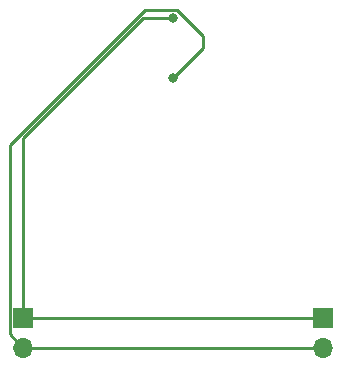
<source format=gbr>
%TF.GenerationSoftware,KiCad,Pcbnew,(6.0.4)*%
%TF.CreationDate,2022-07-19T15:21:12-07:00*%
%TF.ProjectId,Contact Side,436f6e74-6163-4742-9053-6964652e6b69,rev?*%
%TF.SameCoordinates,Original*%
%TF.FileFunction,Copper,L1,Top*%
%TF.FilePolarity,Positive*%
%FSLAX46Y46*%
G04 Gerber Fmt 4.6, Leading zero omitted, Abs format (unit mm)*
G04 Created by KiCad (PCBNEW (6.0.4)) date 2022-07-19 15:21:12*
%MOMM*%
%LPD*%
G01*
G04 APERTURE LIST*
%TA.AperFunction,ComponentPad*%
%ADD10R,1.700000X1.700000*%
%TD*%
%TA.AperFunction,ComponentPad*%
%ADD11O,1.700000X1.700000*%
%TD*%
%TA.AperFunction,ViaPad*%
%ADD12C,0.800000*%
%TD*%
%TA.AperFunction,Conductor*%
%ADD13C,0.250000*%
%TD*%
G04 APERTURE END LIST*
D10*
%TO.P,D2,1,K*%
%TO.N,Net-(D1-Pad1)*%
X-12700000Y-10160000D03*
D11*
%TO.P,D2,2,A*%
%TO.N,Net-(D1-Pad2)*%
X-12700000Y-12700000D03*
%TD*%
D10*
%TO.P,D1,1,K*%
%TO.N,Net-(D1-Pad1)*%
X12700000Y-10160000D03*
D11*
%TO.P,D1,2,A*%
%TO.N,Net-(D1-Pad2)*%
X12700000Y-12700000D03*
%TD*%
D12*
%TO.N,Net-(D1-Pad1)*%
X0Y15240000D03*
%TO.N,Net-(D1-Pad2)*%
X0Y10160000D03*
%TD*%
D13*
%TO.N,Net-(D1-Pad1)*%
X-12700000Y-10160000D02*
X-12700000Y5080000D01*
X-2540000Y15240000D02*
X0Y15240000D01*
X12700000Y-10160000D02*
X-12700000Y-10160000D01*
X-12700000Y5080000D02*
X-2540000Y15240000D01*
%TO.N,Net-(D1-Pad2)*%
X-12700000Y-12700000D02*
X12700000Y-12700000D01*
X300103Y15964511D02*
X2540000Y13724614D01*
X-13874511Y-11525489D02*
X-13874511Y4541206D01*
X-12700000Y-12700000D02*
X-13874511Y-11525489D01*
X-13874511Y4541206D02*
X-2451206Y15964511D01*
X-2451206Y15964511D02*
X300103Y15964511D01*
X2540000Y13724614D02*
X2540000Y12700000D01*
X2540000Y12700000D02*
X0Y10160000D01*
%TD*%
M02*

</source>
